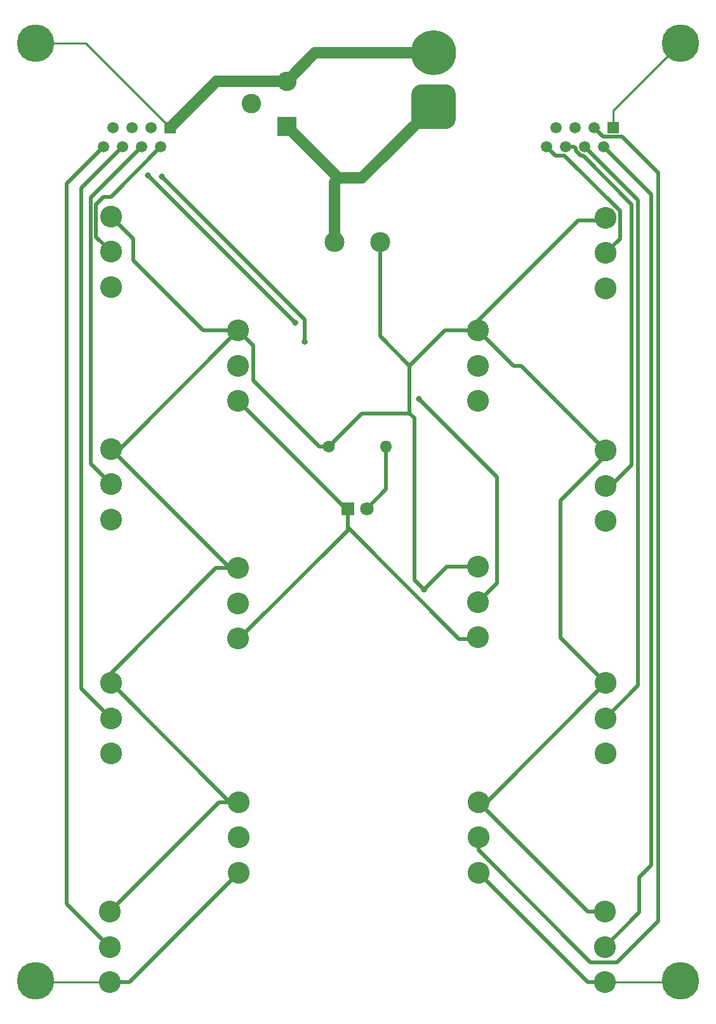
<source format=gtl>
G04 #@! TF.GenerationSoftware,KiCad,Pcbnew,(6.0.5)*
G04 #@! TF.CreationDate,2023-08-20T19:56:39-04:00*
G04 #@! TF.ProjectId,Kicadproject,4b696361-6470-4726-9f6a-6563742e6b69,rev?*
G04 #@! TF.SameCoordinates,Original*
G04 #@! TF.FileFunction,Copper,L1,Top*
G04 #@! TF.FilePolarity,Positive*
%FSLAX46Y46*%
G04 Gerber Fmt 4.6, Leading zero omitted, Abs format (unit mm)*
G04 Created by KiCad (PCBNEW (6.0.5)) date 2023-08-20 19:56:39*
%MOMM*%
%LPD*%
G01*
G04 APERTURE LIST*
G04 Aperture macros list*
%AMRoundRect*
0 Rectangle with rounded corners*
0 $1 Rounding radius*
0 $2 $3 $4 $5 $6 $7 $8 $9 X,Y pos of 4 corners*
0 Add a 4 corners polygon primitive as box body*
4,1,4,$2,$3,$4,$5,$6,$7,$8,$9,$2,$3,0*
0 Add four circle primitives for the rounded corners*
1,1,$1+$1,$2,$3*
1,1,$1+$1,$4,$5*
1,1,$1+$1,$6,$7*
1,1,$1+$1,$8,$9*
0 Add four rect primitives between the rounded corners*
20,1,$1+$1,$2,$3,$4,$5,0*
20,1,$1+$1,$4,$5,$6,$7,0*
20,1,$1+$1,$6,$7,$8,$9,0*
20,1,$1+$1,$8,$9,$2,$3,0*%
G04 Aperture macros list end*
G04 #@! TA.AperFunction,ComponentPad*
%ADD10R,1.500000X1.500000*%
G04 #@! TD*
G04 #@! TA.AperFunction,ComponentPad*
%ADD11C,1.500000*%
G04 #@! TD*
G04 #@! TA.AperFunction,ComponentPad*
%ADD12C,2.921000*%
G04 #@! TD*
G04 #@! TA.AperFunction,ComponentPad*
%ADD13C,5.000000*%
G04 #@! TD*
G04 #@! TA.AperFunction,ComponentPad*
%ADD14R,2.600000X2.600000*%
G04 #@! TD*
G04 #@! TA.AperFunction,ComponentPad*
%ADD15C,2.600000*%
G04 #@! TD*
G04 #@! TA.AperFunction,ComponentPad*
%ADD16C,1.600000*%
G04 #@! TD*
G04 #@! TA.AperFunction,ComponentPad*
%ADD17O,1.600000X1.600000*%
G04 #@! TD*
G04 #@! TA.AperFunction,ComponentPad*
%ADD18RoundRect,1.500000X1.500000X-1.500000X1.500000X1.500000X-1.500000X1.500000X-1.500000X-1.500000X0*%
G04 #@! TD*
G04 #@! TA.AperFunction,ComponentPad*
%ADD19C,6.000000*%
G04 #@! TD*
G04 #@! TA.AperFunction,ComponentPad*
%ADD20R,1.800000X1.800000*%
G04 #@! TD*
G04 #@! TA.AperFunction,ComponentPad*
%ADD21C,1.800000*%
G04 #@! TD*
G04 #@! TA.AperFunction,ComponentPad*
%ADD22C,2.667000*%
G04 #@! TD*
G04 #@! TA.AperFunction,ViaPad*
%ADD23C,0.800000*%
G04 #@! TD*
G04 #@! TA.AperFunction,Conductor*
%ADD24C,0.500000*%
G04 #@! TD*
G04 #@! TA.AperFunction,Conductor*
%ADD25C,0.250000*%
G04 #@! TD*
G04 #@! TA.AperFunction,Conductor*
%ADD26C,1.500000*%
G04 #@! TD*
G04 APERTURE END LIST*
D10*
X77942500Y-55265000D03*
D11*
X76672500Y-57805000D03*
X75402500Y-55265000D03*
X74132500Y-57805000D03*
X72862500Y-55265000D03*
X71592500Y-57805000D03*
X70322500Y-55265000D03*
X69052500Y-57805000D03*
D12*
X87000000Y-91699000D03*
X87000000Y-87000000D03*
X87000000Y-82301000D03*
X87085000Y-154559000D03*
X87085000Y-149860000D03*
X87085000Y-145161000D03*
X87000000Y-123398000D03*
X87000000Y-118699000D03*
X87000000Y-114000000D03*
D13*
X146000000Y-44000000D03*
D12*
X70000000Y-138699000D03*
X70000000Y-134000000D03*
X70000000Y-129301000D03*
X70000000Y-76500000D03*
X70000000Y-71801000D03*
X70000000Y-67102000D03*
D14*
X93460000Y-55095000D03*
D15*
X93460000Y-49095000D03*
X88760000Y-52095000D03*
D12*
X136000000Y-76699000D03*
X136000000Y-72000000D03*
X136000000Y-67301000D03*
X119000000Y-123199000D03*
X119000000Y-118500000D03*
X119000000Y-113801000D03*
X119000000Y-91699000D03*
X119000000Y-87000000D03*
X119000000Y-82301000D03*
X119045000Y-154559000D03*
X119045000Y-149860000D03*
X119045000Y-145161000D03*
D10*
X136997500Y-55265000D03*
D11*
X135727500Y-57805000D03*
X134457500Y-55265000D03*
X133187500Y-57805000D03*
X131917500Y-55265000D03*
X130647500Y-57805000D03*
X129377500Y-55265000D03*
X128107500Y-57805000D03*
D12*
X69850000Y-169164000D03*
X69850000Y-164465000D03*
X69850000Y-159766000D03*
X136000000Y-107699000D03*
X136000000Y-103000000D03*
X136000000Y-98301000D03*
D16*
X99060000Y-97790000D03*
D17*
X106680000Y-97790000D03*
D12*
X135890000Y-169164000D03*
X135890000Y-164465000D03*
X135890000Y-159766000D03*
D18*
X113030000Y-52495000D03*
D19*
X113030000Y-45295000D03*
D12*
X70000000Y-107500000D03*
X70000000Y-102801000D03*
X70000000Y-98102000D03*
D13*
X146000000Y-169000000D03*
D20*
X101595000Y-106045000D03*
D21*
X104135000Y-106045000D03*
D13*
X60000000Y-44000000D03*
X60000000Y-169000000D03*
D22*
X105918000Y-70485000D03*
X99822000Y-70485000D03*
D12*
X136000000Y-138699000D03*
X136000000Y-134000000D03*
X136000000Y-129301000D03*
D23*
X111125000Y-91440000D03*
X94615000Y-81280000D03*
X74930000Y-61595000D03*
X76835000Y-61809511D03*
X95885000Y-83820000D03*
X111760000Y-116840000D03*
D24*
X101595000Y-106045000D02*
X101595000Y-108934000D01*
X116459000Y-123444000D02*
X101595000Y-108580000D01*
X135890000Y-169164000D02*
X133650000Y-169164000D01*
X101346000Y-106045000D02*
X101595000Y-106045000D01*
X69850000Y-169164000D02*
X72480000Y-169164000D01*
D25*
X146000000Y-44000000D02*
X136997500Y-53002500D01*
D26*
X113030000Y-45295000D02*
X97260000Y-45295000D01*
X93460000Y-49095000D02*
X84112500Y-49095000D01*
D24*
X101595000Y-108934000D02*
X87085000Y-123444000D01*
D25*
X135890000Y-169164000D02*
X146836000Y-169164000D01*
D24*
X101595000Y-108580000D02*
X101595000Y-106045000D01*
D25*
X69850000Y-169164000D02*
X61164000Y-169164000D01*
D24*
X72480000Y-169164000D02*
X87085000Y-154559000D01*
D26*
X84112500Y-49095000D02*
X77942500Y-55265000D01*
D25*
X61164000Y-169164000D02*
X60000000Y-168000000D01*
D24*
X119000000Y-123444000D02*
X116459000Y-123444000D01*
X133650000Y-169164000D02*
X119045000Y-154559000D01*
D25*
X66677500Y-44000000D02*
X60000000Y-44000000D01*
X77942500Y-55265000D02*
X66677500Y-44000000D01*
D24*
X86995000Y-91694000D02*
X101346000Y-106045000D01*
D25*
X136997500Y-53002500D02*
X136997500Y-55265000D01*
D26*
X97260000Y-45295000D02*
X93460000Y-49095000D01*
D24*
X106680000Y-97790000D02*
X106680000Y-103500000D01*
X106680000Y-103500000D02*
X104135000Y-106045000D01*
D26*
X103520000Y-62005000D02*
X113030000Y-52495000D01*
X100370000Y-62005000D02*
X99822000Y-62553000D01*
X99822000Y-62553000D02*
X99822000Y-70485000D01*
X100370000Y-62005000D02*
X93460000Y-55095000D01*
X100370000Y-62005000D02*
X103520000Y-62005000D01*
D24*
X142057500Y-153598500D02*
X140500000Y-155156000D01*
X135727500Y-57805000D02*
X142057500Y-64135000D01*
X140500000Y-155156000D02*
X140500000Y-159855000D01*
X140500000Y-159855000D02*
X135890000Y-164465000D01*
X142057500Y-64135000D02*
X142057500Y-153598500D01*
X143000000Y-61267500D02*
X138197011Y-56464511D01*
X135657011Y-56464511D02*
X134457500Y-55265000D01*
X119045000Y-149860000D02*
X119045000Y-151544999D01*
X143000000Y-161000000D02*
X143000000Y-61267500D01*
X137500000Y-166500000D02*
X143000000Y-161000000D01*
X138197011Y-56464511D02*
X135657011Y-56464511D01*
X134000001Y-166500000D02*
X137500000Y-166500000D01*
X119045000Y-151544999D02*
X134000001Y-166500000D01*
X140335000Y-129665000D02*
X136000000Y-134000000D01*
X133187500Y-57805000D02*
X140335000Y-64952500D01*
X140335000Y-64952500D02*
X140335000Y-129665000D01*
X121500000Y-116000000D02*
X121500000Y-101815000D01*
X121500000Y-101815000D02*
X111125000Y-91440000D01*
X119000000Y-118500000D02*
X121500000Y-116000000D01*
X130647500Y-57805000D02*
X131805000Y-57805000D01*
X131987989Y-58301855D02*
X132690645Y-59004511D01*
X133004511Y-59004511D02*
X139500000Y-65500000D01*
X139500000Y-65500000D02*
X139500000Y-100249270D01*
X132690645Y-59004511D02*
X133004511Y-59004511D01*
X139500000Y-100249270D02*
X136374635Y-103374635D01*
X131987989Y-57987989D02*
X131987989Y-58301855D01*
X131805000Y-57805000D02*
X131987989Y-57987989D01*
X130504511Y-59004511D02*
X129307011Y-59004511D01*
X137910011Y-66410011D02*
X130504511Y-59004511D01*
X137910011Y-70089989D02*
X137910011Y-66410011D01*
X136000000Y-72000000D02*
X137910011Y-70089989D01*
X129307011Y-59004511D02*
X128107500Y-57805000D01*
X70000000Y-64477500D02*
X76672500Y-57805000D01*
X68009520Y-69810520D02*
X70000000Y-71801000D01*
X70000000Y-64477500D02*
X69022500Y-64477500D01*
X69022500Y-64477500D02*
X68009520Y-65490480D01*
X68009520Y-65490480D02*
X68009520Y-69810520D01*
X74132500Y-57805000D02*
X67310000Y-64627500D01*
X67310000Y-64627500D02*
X67310000Y-100111000D01*
X67310000Y-100111000D02*
X70000000Y-102801000D01*
X74930000Y-61595000D02*
X94615000Y-81280000D01*
X66040000Y-130040000D02*
X70000000Y-134000000D01*
X71592500Y-57805000D02*
X66040000Y-63357500D01*
X66040000Y-63357500D02*
X66040000Y-130040000D01*
X95885000Y-80859511D02*
X95885000Y-83820000D01*
X76835000Y-61809511D02*
X95885000Y-80859511D01*
X64135000Y-158750000D02*
X69850000Y-164465000D01*
X64135000Y-62722500D02*
X64135000Y-158750000D01*
X69052500Y-57805000D02*
X64135000Y-62722500D01*
X109855000Y-86995000D02*
X109855000Y-93345000D01*
X73000000Y-70102000D02*
X70000000Y-67102000D01*
X87085000Y-145161000D02*
X84455000Y-145161000D01*
X89000000Y-84301000D02*
X87000000Y-82301000D01*
X110490000Y-93980000D02*
X110490000Y-115570000D01*
X70000000Y-98102000D02*
X85898000Y-114000000D01*
X70000000Y-128000000D02*
X84000000Y-114000000D01*
X97790000Y-97790000D02*
X89000000Y-89000000D01*
X114799000Y-113801000D02*
X111760000Y-116840000D01*
X124694000Y-86995000D02*
X136267355Y-98568355D01*
X119000000Y-82301000D02*
X123694000Y-86995000D01*
X120140000Y-145161000D02*
X119045000Y-145161000D01*
X103505000Y-93345000D02*
X99060000Y-97790000D01*
X99060000Y-97790000D02*
X97790000Y-97790000D01*
X71199000Y-98102000D02*
X87000000Y-82301000D01*
X119000000Y-113801000D02*
X114799000Y-113801000D01*
X133650000Y-159766000D02*
X135190481Y-159766000D01*
X109855000Y-93345000D02*
X103505000Y-93345000D01*
X109855000Y-86995000D02*
X105918000Y-83058000D01*
X87000000Y-82301000D02*
X82301000Y-82301000D01*
X119000000Y-82301000D02*
X114549000Y-82301000D01*
X123694000Y-86995000D02*
X124694000Y-86995000D01*
X84455000Y-145161000D02*
X70344635Y-159271365D01*
X70000000Y-129301000D02*
X70000000Y-128000000D01*
X110490000Y-115570000D02*
X111760000Y-116840000D01*
X136000000Y-129301000D02*
X120140000Y-145161000D01*
X85860000Y-145161000D02*
X87085000Y-145161000D01*
X130000000Y-105000000D02*
X130000000Y-123301000D01*
X70000000Y-129301000D02*
X85860000Y-145161000D01*
X89000000Y-89000000D02*
X89000000Y-84301000D01*
X130000000Y-123301000D02*
X136000000Y-129301000D01*
X109855000Y-93345000D02*
X110490000Y-93980000D01*
X119000000Y-82301000D02*
X119000000Y-81000000D01*
X105918000Y-83058000D02*
X105918000Y-70485000D01*
X70000000Y-98102000D02*
X71199000Y-98102000D01*
X119000000Y-81000000D02*
X132381865Y-67618135D01*
X119045000Y-145161000D02*
X133650000Y-159766000D01*
X114549000Y-82301000D02*
X109855000Y-86995000D01*
X132381865Y-67618135D02*
X136317135Y-67618135D01*
X73000000Y-73000000D02*
X73000000Y-70102000D01*
X85898000Y-114000000D02*
X87000000Y-114000000D01*
X136267355Y-98568355D02*
X136267355Y-98732645D01*
X84000000Y-114000000D02*
X87000000Y-114000000D01*
X82301000Y-82301000D02*
X73000000Y-73000000D01*
X136267355Y-98732645D02*
X130000000Y-105000000D01*
M02*

</source>
